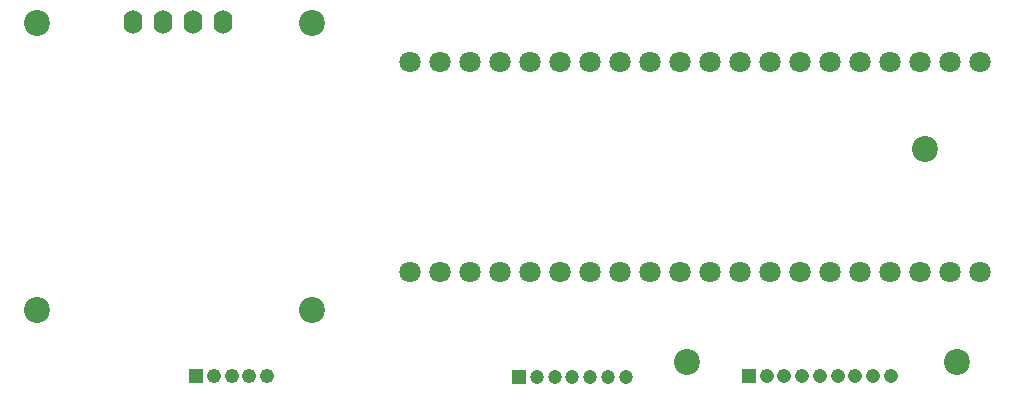
<source format=gbs>
%TF.GenerationSoftware,KiCad,Pcbnew,(6.0.1)*%
%TF.CreationDate,2022-03-18T23:49:22-06:00*%
%TF.ProjectId,PicoFlasher_Breakout_Board_V1.2,5069636f-466c-4617-9368-65725f427265,rev?*%
%TF.SameCoordinates,Original*%
%TF.FileFunction,Soldermask,Bot*%
%TF.FilePolarity,Negative*%
%FSLAX46Y46*%
G04 Gerber Fmt 4.6, Leading zero omitted, Abs format (unit mm)*
G04 Created by KiCad (PCBNEW (6.0.1)) date 2022-03-18 23:49:22*
%MOMM*%
%LPD*%
G01*
G04 APERTURE LIST*
%ADD10C,2.200000*%
%ADD11R,1.200000X1.200000*%
%ADD12C,1.200000*%
%ADD13R,1.208000X1.208000*%
%ADD14C,1.208000*%
%ADD15O,1.600000X2.000000*%
%ADD16R,1.238000X1.238000*%
%ADD17C,1.238000*%
%ADD18C,1.800000*%
G04 APERTURE END LIST*
D10*
%TO.C,REF\u002A\u002A*%
X92533500Y-92500000D03*
%TD*%
%TO.C,REF\u002A\u002A*%
X115783500Y-92525000D03*
%TD*%
%TO.C,REF\u002A\u002A*%
X147525000Y-96900000D03*
%TD*%
%TO.C,REF\u002A\u002A*%
X92533500Y-68175000D03*
%TD*%
D11*
%TO.C,J2*%
X133350000Y-98150000D03*
D12*
X134850000Y-98150000D03*
X136350000Y-98150000D03*
X137850000Y-98150000D03*
X139350000Y-98150000D03*
X140850000Y-98150000D03*
X142350000Y-98150000D03*
%TD*%
D10*
%TO.C,REF\u002A\u002A*%
X167725000Y-78850000D03*
%TD*%
%TO.C,REF\u002A\u002A*%
X170400000Y-96925000D03*
%TD*%
D13*
%TO.C,J1*%
X152800000Y-98143250D03*
D14*
X154300000Y-98143250D03*
X155800000Y-98143250D03*
X157300000Y-98143250D03*
X158800000Y-98143250D03*
X160300000Y-98143250D03*
X161800000Y-98143250D03*
X163300000Y-98143250D03*
X164800000Y-98143250D03*
%TD*%
D15*
%TO.C,U2*%
X100630000Y-68150000D03*
X103170000Y-68150000D03*
X105710000Y-68150000D03*
X108250000Y-68150000D03*
%TD*%
D10*
%TO.C,REF\u002A\u002A*%
X115783500Y-68200000D03*
%TD*%
D16*
%TO.C,J3*%
X106000000Y-98091500D03*
D17*
X107500000Y-98091500D03*
X109000000Y-98091500D03*
X110500000Y-98091500D03*
X112000000Y-98091500D03*
%TD*%
D18*
%TO.C,U1*%
X172330000Y-71500000D03*
X169790000Y-71500000D03*
X167250000Y-71500000D03*
X164710000Y-71500000D03*
X162170000Y-71500000D03*
X159630000Y-71500000D03*
X157090000Y-71500000D03*
X154550000Y-71500000D03*
X152010000Y-71500000D03*
X149470000Y-71500000D03*
X146930000Y-71500000D03*
X144390000Y-71500000D03*
X141850000Y-71500000D03*
X139310000Y-71500000D03*
X136770000Y-71500000D03*
X134230000Y-71500000D03*
X131690000Y-71500000D03*
X129150000Y-71500000D03*
X126610000Y-71500000D03*
X124070000Y-71500000D03*
X124070000Y-89280000D03*
X126610000Y-89280000D03*
X129150000Y-89280000D03*
X131690000Y-89280000D03*
X134230000Y-89280000D03*
X136770000Y-89280000D03*
X139310000Y-89280000D03*
X141850000Y-89280000D03*
X144390000Y-89280000D03*
X146930000Y-89280000D03*
X149470000Y-89280000D03*
X152010000Y-89280000D03*
X154550000Y-89280000D03*
X157090000Y-89280000D03*
X159630000Y-89280000D03*
X162170000Y-89280000D03*
X164710000Y-89280000D03*
X167250000Y-89280000D03*
X169790000Y-89280000D03*
X172330000Y-89280000D03*
%TD*%
M02*

</source>
